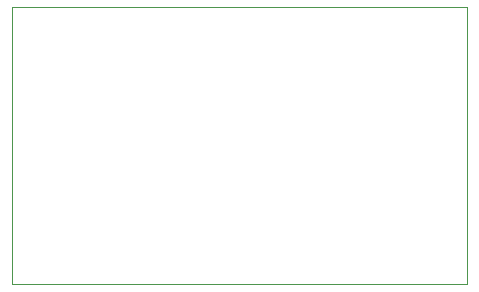
<source format=gbr>
%TF.GenerationSoftware,KiCad,Pcbnew,6.0.11-3.fc37*%
%TF.CreationDate,2023-05-27T21:17:41+01:00*%
%TF.ProjectId,tda2822 board,74646132-3832-4322-9062-6f6172642e6b,rev?*%
%TF.SameCoordinates,Original*%
%TF.FileFunction,Profile,NP*%
%FSLAX46Y46*%
G04 Gerber Fmt 4.6, Leading zero omitted, Abs format (unit mm)*
G04 Created by KiCad (PCBNEW 6.0.11-3.fc37) date 2023-05-27 21:17:41*
%MOMM*%
%LPD*%
G01*
G04 APERTURE LIST*
%TA.AperFunction,Profile*%
%ADD10C,0.100000*%
%TD*%
G04 APERTURE END LIST*
D10*
X159900000Y-78700000D02*
X198400000Y-78700000D01*
X198400000Y-78700000D02*
X198400000Y-102200000D01*
X198400000Y-102200000D02*
X159900000Y-102200000D01*
X159900000Y-102200000D02*
X159900000Y-78700000D01*
M02*

</source>
